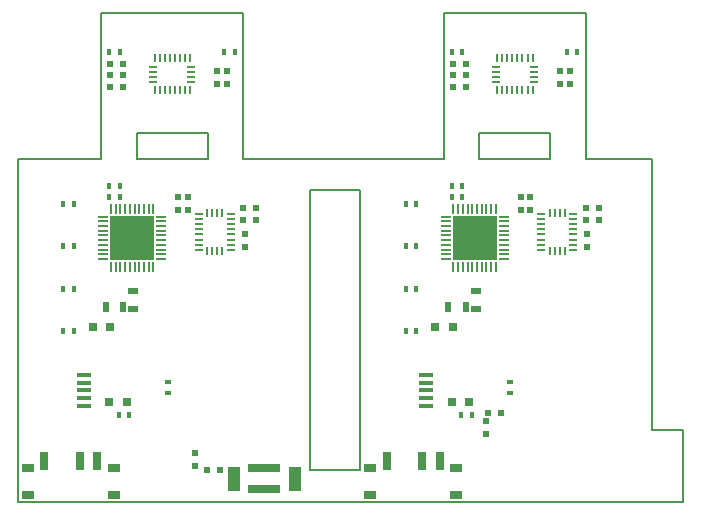
<source format=gbr>
%TF.GenerationSoftware,KiCad,Pcbnew,4.0.7*%
%TF.CreationDate,2019-06-15T20:20:24-05:00*%
%TF.ProjectId,GolfGloveMainBoardV1.0.0,476F6C66476C6F76654D61696E426F61,rev?*%
%TF.FileFunction,Paste,Top*%
%FSLAX46Y46*%
G04 Gerber Fmt 4.6, Leading zero omitted, Abs format (unit mm)*
G04 Created by KiCad (PCBNEW 4.0.7) date 06/15/19 20:20:24*
%MOMM*%
%LPD*%
G01*
G04 APERTURE LIST*
%ADD10C,0.100000*%
%ADD11C,0.150000*%
%ADD12R,0.700000X1.500000*%
%ADD13R,1.000000X0.800000*%
%ADD14R,0.400000X0.600000*%
%ADD15R,0.600000X0.400000*%
%ADD16R,0.900000X0.500000*%
%ADD17R,0.500000X0.900000*%
%ADD18R,1.300000X0.450000*%
%ADD19R,0.800000X0.750000*%
%ADD20R,0.600000X0.500000*%
%ADD21R,0.500000X0.600000*%
%ADD22R,0.280000X0.780000*%
%ADD23R,0.780000X0.280000*%
%ADD24R,0.220000X0.810000*%
%ADD25R,0.810000X0.220000*%
%ADD26R,3.700000X3.700000*%
%ADD27R,1.000000X2.000000*%
%ADD28R,2.800000X0.700000*%
G04 APERTURE END LIST*
D10*
D11*
X156650000Y-73250000D02*
X156650000Y-50250000D01*
X159250000Y-79300000D02*
X156650000Y-79300000D01*
X159250000Y-73250000D02*
X159250000Y-79300000D01*
X156650000Y-73250000D02*
X159250000Y-73250000D01*
X131900000Y-76625000D02*
X131900000Y-75525000D01*
X127650000Y-76625000D02*
X131900000Y-76625000D01*
X127650000Y-52875000D02*
X127650000Y-76625000D01*
X131900000Y-75525000D02*
X131900000Y-52875000D01*
X127650000Y-52875000D02*
X131900000Y-52875000D01*
X131900000Y-50250000D02*
X127650000Y-50250000D01*
X156650000Y-79300000D02*
X102900000Y-79300000D01*
X139000000Y-48100000D02*
X139000000Y-37900000D01*
X139000000Y-37900000D02*
X151000000Y-37900000D01*
X151000000Y-37900000D02*
X151000000Y-48100000D01*
X131900000Y-50250000D02*
X139000000Y-50250000D01*
X139000000Y-50250000D02*
X139000000Y-48100000D01*
X151000000Y-48100000D02*
X151000000Y-50250000D01*
X151000000Y-50250000D02*
X156650000Y-50250000D01*
X142000000Y-48100000D02*
X142000000Y-50275000D01*
X148000000Y-48100000D02*
X148000000Y-50250000D01*
X148000000Y-50275000D02*
X142000000Y-50275000D01*
X142000000Y-48100000D02*
X148000000Y-48100000D01*
X113000000Y-48100000D02*
X119000000Y-48100000D01*
X119000000Y-50275000D02*
X113000000Y-50275000D01*
X119000000Y-48100000D02*
X119000000Y-50250000D01*
X113000000Y-48100000D02*
X113000000Y-50275000D01*
X122000000Y-50250000D02*
X127650000Y-50250000D01*
X122000000Y-48100000D02*
X122000000Y-50250000D01*
X110000000Y-50250000D02*
X110000000Y-48100000D01*
X102900000Y-50250000D02*
X110000000Y-50250000D01*
X102900000Y-50250000D02*
X102900000Y-50350000D01*
X102900000Y-50350000D02*
X102900000Y-79300000D01*
X122000000Y-37900000D02*
X122000000Y-48100000D01*
X110000000Y-37900000D02*
X122000000Y-37900000D01*
X110000000Y-48100000D02*
X110000000Y-37900000D01*
D10*
G36*
X141780038Y-55460000D02*
X143090000Y-55460000D01*
X143090000Y-56769962D01*
X141780038Y-56769962D01*
X141780038Y-55460000D01*
G37*
G36*
X140109210Y-55460000D02*
X141420000Y-55460000D01*
X141420000Y-56769905D01*
X140109210Y-56769905D01*
X140109210Y-55460000D01*
G37*
G36*
X140109950Y-57130000D02*
X141420000Y-57130000D01*
X141420000Y-58440050D01*
X140109950Y-58440050D01*
X140109950Y-57130000D01*
G37*
G36*
X141780230Y-57130000D02*
X143090000Y-57130000D01*
X143090000Y-58441910D01*
X141780230Y-58441910D01*
X141780230Y-57130000D01*
G37*
G36*
X112780038Y-55460000D02*
X114090000Y-55460000D01*
X114090000Y-56769962D01*
X112780038Y-56769962D01*
X112780038Y-55460000D01*
G37*
G36*
X111109210Y-55460000D02*
X112420000Y-55460000D01*
X112420000Y-56769905D01*
X111109210Y-56769905D01*
X111109210Y-55460000D01*
G37*
G36*
X111109950Y-57130000D02*
X112420000Y-57130000D01*
X112420000Y-58440050D01*
X111109950Y-58440050D01*
X111109950Y-57130000D01*
G37*
G36*
X112780230Y-57130000D02*
X114090000Y-57130000D01*
X114090000Y-58441910D01*
X112780230Y-58441910D01*
X112780230Y-57130000D01*
G37*
D12*
X134150000Y-75820000D03*
X137150000Y-75820000D03*
X138650000Y-75820000D03*
D13*
X132750000Y-78680000D03*
X140050000Y-78680000D03*
X140050000Y-76470000D03*
X132750000Y-76470000D03*
D14*
X140475000Y-71925000D03*
X141375000Y-71925000D03*
X150300000Y-41250000D03*
X149400000Y-41250000D03*
X139650000Y-41250000D03*
X140550000Y-41250000D03*
X136650000Y-64850000D03*
X135750000Y-64850000D03*
X136650000Y-61250000D03*
X135750000Y-61250000D03*
X136650000Y-57650000D03*
X135750000Y-57650000D03*
X136650000Y-54050000D03*
X135750000Y-54050000D03*
X140550000Y-52600000D03*
X139650000Y-52600000D03*
X140550000Y-53500000D03*
X139650000Y-53500000D03*
D15*
X144600000Y-69150000D03*
X144600000Y-70050000D03*
D16*
X141700000Y-62950000D03*
X141700000Y-61450000D03*
D17*
X140850000Y-62800000D03*
X139350000Y-62800000D03*
D18*
X137500000Y-68550000D03*
X137500000Y-69200000D03*
X137500000Y-69850000D03*
X137500000Y-70500000D03*
X137500000Y-71150000D03*
D19*
X141150000Y-70825000D03*
X139650000Y-70825000D03*
X138250000Y-64525000D03*
X139750000Y-64525000D03*
D20*
X143850000Y-71800000D03*
X142750000Y-71800000D03*
D21*
X142600000Y-72475000D03*
X142600000Y-73575000D03*
D20*
X140850000Y-44150000D03*
X139750000Y-44150000D03*
D21*
X149650000Y-42800000D03*
X149650000Y-43900000D03*
X148800000Y-42800000D03*
X148800000Y-43900000D03*
D20*
X140850000Y-42250000D03*
X139750000Y-42250000D03*
X139750000Y-43200000D03*
X140850000Y-43200000D03*
D21*
X151150000Y-57750000D03*
X151150000Y-56650000D03*
D20*
X152100000Y-55400000D03*
X151000000Y-55400000D03*
D21*
X146300000Y-54550000D03*
X146300000Y-53450000D03*
D20*
X152100000Y-54400000D03*
X151000000Y-54400000D03*
D22*
X146505000Y-44445000D03*
D23*
X146595000Y-43745000D03*
X146595000Y-43315000D03*
X146595000Y-42885000D03*
X146595000Y-42455000D03*
D22*
X146505000Y-41755000D03*
X146075000Y-41755000D03*
X145645000Y-41755000D03*
X145215000Y-41755000D03*
X144785000Y-41755000D03*
X144355000Y-41755000D03*
X143925000Y-41755000D03*
X143495000Y-41755000D03*
D23*
X143405000Y-42455000D03*
X143405000Y-42885000D03*
X143405000Y-43315000D03*
X143405000Y-43745000D03*
D22*
X143495000Y-44445000D03*
X143925000Y-44445000D03*
X144355000Y-44445000D03*
X144785000Y-44445000D03*
X145215000Y-44445000D03*
X145645000Y-44445000D03*
X146075000Y-44445000D03*
D24*
X139800000Y-59405000D03*
X140200000Y-59405000D03*
X140600000Y-59405000D03*
X141000000Y-59405000D03*
X141400000Y-59405000D03*
X141800000Y-59405000D03*
X142200000Y-59405000D03*
X142600000Y-59405000D03*
X143000000Y-59405000D03*
X143400000Y-59405000D03*
X143400000Y-54495000D03*
X143000000Y-54495000D03*
X142600000Y-54495000D03*
X142200000Y-54495000D03*
X141800000Y-54495000D03*
X141400000Y-54495000D03*
X141000000Y-54495000D03*
X140600000Y-54495000D03*
X140200000Y-54495000D03*
X139800000Y-54495000D03*
D25*
X139145000Y-55150000D03*
X139145000Y-55550000D03*
X139145000Y-55950000D03*
X139145000Y-56350000D03*
X139145000Y-56750000D03*
X139145000Y-57150000D03*
X139145000Y-57550000D03*
X139145000Y-57950000D03*
X139145000Y-58350000D03*
X139145000Y-58750000D03*
X144055000Y-58750000D03*
X144055000Y-58350000D03*
X144055000Y-57950000D03*
X144055000Y-57550000D03*
X144055000Y-57150000D03*
X144055000Y-56750000D03*
X144055000Y-56350000D03*
X144055000Y-55950000D03*
X144055000Y-55550000D03*
X144055000Y-55150000D03*
D26*
X141600000Y-56950000D03*
D23*
X149945000Y-54945000D03*
D22*
X149245000Y-54855000D03*
X148815000Y-54855000D03*
X148385000Y-54855000D03*
X147955000Y-54855000D03*
D23*
X147255000Y-54945000D03*
X147255000Y-55375000D03*
X147255000Y-55805000D03*
X147255000Y-56235000D03*
X147255000Y-56665000D03*
X147255000Y-57095000D03*
X147255000Y-57525000D03*
X147255000Y-57955000D03*
D22*
X147955000Y-58045000D03*
X148385000Y-58045000D03*
X148815000Y-58045000D03*
X149245000Y-58045000D03*
D23*
X149945000Y-57955000D03*
X149945000Y-57525000D03*
X149945000Y-57095000D03*
X149945000Y-56665000D03*
X149945000Y-56235000D03*
X149945000Y-55805000D03*
X149945000Y-55375000D03*
D21*
X145500000Y-54550000D03*
X145500000Y-53450000D03*
X116500000Y-54550000D03*
X116500000Y-53450000D03*
D23*
X120945000Y-54945000D03*
D22*
X120245000Y-54855000D03*
X119815000Y-54855000D03*
X119385000Y-54855000D03*
X118955000Y-54855000D03*
D23*
X118255000Y-54945000D03*
X118255000Y-55375000D03*
X118255000Y-55805000D03*
X118255000Y-56235000D03*
X118255000Y-56665000D03*
X118255000Y-57095000D03*
X118255000Y-57525000D03*
X118255000Y-57955000D03*
D22*
X118955000Y-58045000D03*
X119385000Y-58045000D03*
X119815000Y-58045000D03*
X120245000Y-58045000D03*
D23*
X120945000Y-57955000D03*
X120945000Y-57525000D03*
X120945000Y-57095000D03*
X120945000Y-56665000D03*
X120945000Y-56235000D03*
X120945000Y-55805000D03*
X120945000Y-55375000D03*
D24*
X110800000Y-59405000D03*
X111200000Y-59405000D03*
X111600000Y-59405000D03*
X112000000Y-59405000D03*
X112400000Y-59405000D03*
X112800000Y-59405000D03*
X113200000Y-59405000D03*
X113600000Y-59405000D03*
X114000000Y-59405000D03*
X114400000Y-59405000D03*
X114400000Y-54495000D03*
X114000000Y-54495000D03*
X113600000Y-54495000D03*
X113200000Y-54495000D03*
X112800000Y-54495000D03*
X112400000Y-54495000D03*
X112000000Y-54495000D03*
X111600000Y-54495000D03*
X111200000Y-54495000D03*
X110800000Y-54495000D03*
D25*
X110145000Y-55150000D03*
X110145000Y-55550000D03*
X110145000Y-55950000D03*
X110145000Y-56350000D03*
X110145000Y-56750000D03*
X110145000Y-57150000D03*
X110145000Y-57550000D03*
X110145000Y-57950000D03*
X110145000Y-58350000D03*
X110145000Y-58750000D03*
X115055000Y-58750000D03*
X115055000Y-58350000D03*
X115055000Y-57950000D03*
X115055000Y-57550000D03*
X115055000Y-57150000D03*
X115055000Y-56750000D03*
X115055000Y-56350000D03*
X115055000Y-55950000D03*
X115055000Y-55550000D03*
X115055000Y-55150000D03*
D26*
X112600000Y-56950000D03*
D22*
X117505000Y-44445000D03*
D23*
X117595000Y-43745000D03*
X117595000Y-43315000D03*
X117595000Y-42885000D03*
X117595000Y-42455000D03*
D22*
X117505000Y-41755000D03*
X117075000Y-41755000D03*
X116645000Y-41755000D03*
X116215000Y-41755000D03*
X115785000Y-41755000D03*
X115355000Y-41755000D03*
X114925000Y-41755000D03*
X114495000Y-41755000D03*
D23*
X114405000Y-42455000D03*
X114405000Y-42885000D03*
X114405000Y-43315000D03*
X114405000Y-43745000D03*
D22*
X114495000Y-44445000D03*
X114925000Y-44445000D03*
X115355000Y-44445000D03*
X115785000Y-44445000D03*
X116215000Y-44445000D03*
X116645000Y-44445000D03*
X117075000Y-44445000D03*
D20*
X123100000Y-54400000D03*
X122000000Y-54400000D03*
D21*
X117300000Y-54550000D03*
X117300000Y-53450000D03*
D20*
X123100000Y-55400000D03*
X122000000Y-55400000D03*
D21*
X122150000Y-57750000D03*
X122150000Y-56650000D03*
D20*
X110750000Y-43200000D03*
X111850000Y-43200000D03*
X111850000Y-42250000D03*
X110750000Y-42250000D03*
D21*
X119800000Y-42800000D03*
X119800000Y-43900000D03*
X120650000Y-42800000D03*
X120650000Y-43900000D03*
D20*
X111850000Y-44150000D03*
X110750000Y-44150000D03*
X118900000Y-76575000D03*
X120000000Y-76575000D03*
D21*
X117950000Y-75175000D03*
X117950000Y-76275000D03*
D19*
X109250000Y-64525000D03*
X110750000Y-64525000D03*
X112150000Y-70825000D03*
X110650000Y-70825000D03*
D18*
X108500000Y-68550000D03*
X108500000Y-69200000D03*
X108500000Y-69850000D03*
X108500000Y-70500000D03*
X108500000Y-71150000D03*
D17*
X111850000Y-62800000D03*
X110350000Y-62800000D03*
D16*
X112700000Y-62950000D03*
X112700000Y-61450000D03*
D15*
X115600000Y-69150000D03*
X115600000Y-70050000D03*
D14*
X111550000Y-53500000D03*
X110650000Y-53500000D03*
X111550000Y-52600000D03*
X110650000Y-52600000D03*
X107650000Y-54050000D03*
X106750000Y-54050000D03*
X107650000Y-57650000D03*
X106750000Y-57650000D03*
X107650000Y-61250000D03*
X106750000Y-61250000D03*
X107650000Y-64850000D03*
X106750000Y-64850000D03*
X110650000Y-41250000D03*
X111550000Y-41250000D03*
X121300000Y-41250000D03*
X120400000Y-41250000D03*
X111475000Y-71925000D03*
X112375000Y-71925000D03*
D12*
X105150000Y-75820000D03*
X108150000Y-75820000D03*
X109650000Y-75820000D03*
D13*
X103750000Y-78680000D03*
X111050000Y-78680000D03*
X111050000Y-76470000D03*
X103750000Y-76470000D03*
D27*
X121200000Y-77325000D03*
X126400000Y-77325000D03*
D28*
X123800000Y-76475000D03*
X123800000Y-78175000D03*
M02*

</source>
